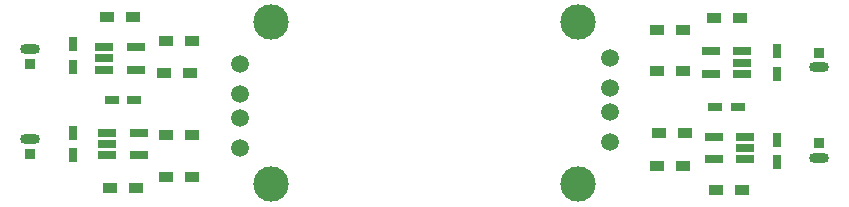
<source format=gbr>
%TF.GenerationSoftware,KiCad,Pcbnew,5.1.10*%
%TF.CreationDate,2021-10-31T19:01:46+09:00*%
%TF.ProjectId,usb_charger,7573625f-6368-4617-9267-65722e6b6963,rev?*%
%TF.SameCoordinates,Original*%
%TF.FileFunction,Soldermask,Top*%
%TF.FilePolarity,Negative*%
%FSLAX46Y46*%
G04 Gerber Fmt 4.6, Leading zero omitted, Abs format (unit mm)*
G04 Created by KiCad (PCBNEW 5.1.10) date 2021-10-31 19:01:46*
%MOMM*%
%LPD*%
G01*
G04 APERTURE LIST*
%ADD10R,0.850000X0.850000*%
%ADD11O,1.700000X0.850000*%
%ADD12C,1.500000*%
%ADD13C,3.000000*%
%ADD14R,1.560000X0.650000*%
%ADD15R,1.200000X0.900000*%
%ADD16R,1.200000X0.750000*%
%ADD17R,0.750000X1.200000*%
G04 APERTURE END LIST*
D10*
%TO.C,J3*%
X91800002Y-92849997D03*
D11*
X91800002Y-91599997D03*
%TD*%
D10*
%TO.C,J2*%
X91799999Y-85199997D03*
D11*
X91799999Y-83949997D03*
%TD*%
%TO.C,J3*%
X158600000Y-85500000D03*
D10*
X158600000Y-84250000D03*
%TD*%
D11*
%TO.C,J2*%
X158600000Y-93150000D03*
D10*
X158600000Y-91900000D03*
%TD*%
D12*
%TO.C,J1*%
X109550002Y-92360005D03*
X109550002Y-89820005D03*
X109550002Y-87790005D03*
X109550002Y-85250005D03*
D13*
X112220002Y-95410005D03*
X112220002Y-81690005D03*
%TD*%
D14*
%TO.C,U2*%
X100999999Y-91049998D03*
X100999999Y-92949998D03*
X98299999Y-92949998D03*
X98299999Y-91999998D03*
X98299999Y-91049998D03*
%TD*%
D15*
%TO.C,R4*%
X105500002Y-94750000D03*
X103300002Y-94750000D03*
%TD*%
%TO.C,R2*%
X105499996Y-83249999D03*
X103299996Y-83249999D03*
%TD*%
%TO.C,R3*%
X100750000Y-95750001D03*
X98550000Y-95750001D03*
%TD*%
%TO.C,D2*%
X105500001Y-91249998D03*
X103300001Y-91249998D03*
%TD*%
D14*
%TO.C,U1*%
X98050000Y-83800000D03*
X98050000Y-84750000D03*
X98050000Y-85700000D03*
X100750000Y-85700000D03*
X100750000Y-83800000D03*
%TD*%
D15*
%TO.C,R1*%
X100499999Y-81250002D03*
X98299999Y-81250002D03*
%TD*%
D16*
%TO.C,C1*%
X100599999Y-88249999D03*
X98699999Y-88249999D03*
%TD*%
D17*
%TO.C,C2*%
X95399999Y-83550005D03*
X95399999Y-85450005D03*
%TD*%
%TO.C,C3*%
X95400002Y-92950004D03*
X95400002Y-91050004D03*
%TD*%
D15*
%TO.C,D1*%
X105350000Y-86000000D03*
X103150000Y-86000000D03*
%TD*%
D13*
%TO.C,J1*%
X138180000Y-95410000D03*
X138180000Y-81690000D03*
D12*
X140850000Y-91850000D03*
X140850000Y-89310000D03*
X140850000Y-87280000D03*
X140850000Y-84740000D03*
%TD*%
D16*
%TO.C,C1*%
X151700000Y-88850000D03*
X149800000Y-88850000D03*
%TD*%
D17*
%TO.C,C2*%
X155000000Y-91650000D03*
X155000000Y-93550000D03*
%TD*%
%TO.C,C3*%
X155000000Y-86050000D03*
X155000000Y-84150000D03*
%TD*%
D15*
%TO.C,D1*%
X147250000Y-91100000D03*
X145050000Y-91100000D03*
%TD*%
%TO.C,D2*%
X147100000Y-85850000D03*
X144900000Y-85850000D03*
%TD*%
%TO.C,R1*%
X152100000Y-95850000D03*
X149900000Y-95850000D03*
%TD*%
%TO.C,R2*%
X147100000Y-93850000D03*
X144900000Y-93850000D03*
%TD*%
%TO.C,R3*%
X151850000Y-81350000D03*
X149650000Y-81350000D03*
%TD*%
%TO.C,R4*%
X147100000Y-82350000D03*
X144900000Y-82350000D03*
%TD*%
D14*
%TO.C,U1*%
X149650000Y-93300000D03*
X149650000Y-91400000D03*
X152350000Y-91400000D03*
X152350000Y-92350000D03*
X152350000Y-93300000D03*
%TD*%
%TO.C,U2*%
X152100000Y-86050000D03*
X152100000Y-85100000D03*
X152100000Y-84150000D03*
X149400000Y-84150000D03*
X149400000Y-86050000D03*
%TD*%
M02*

</source>
